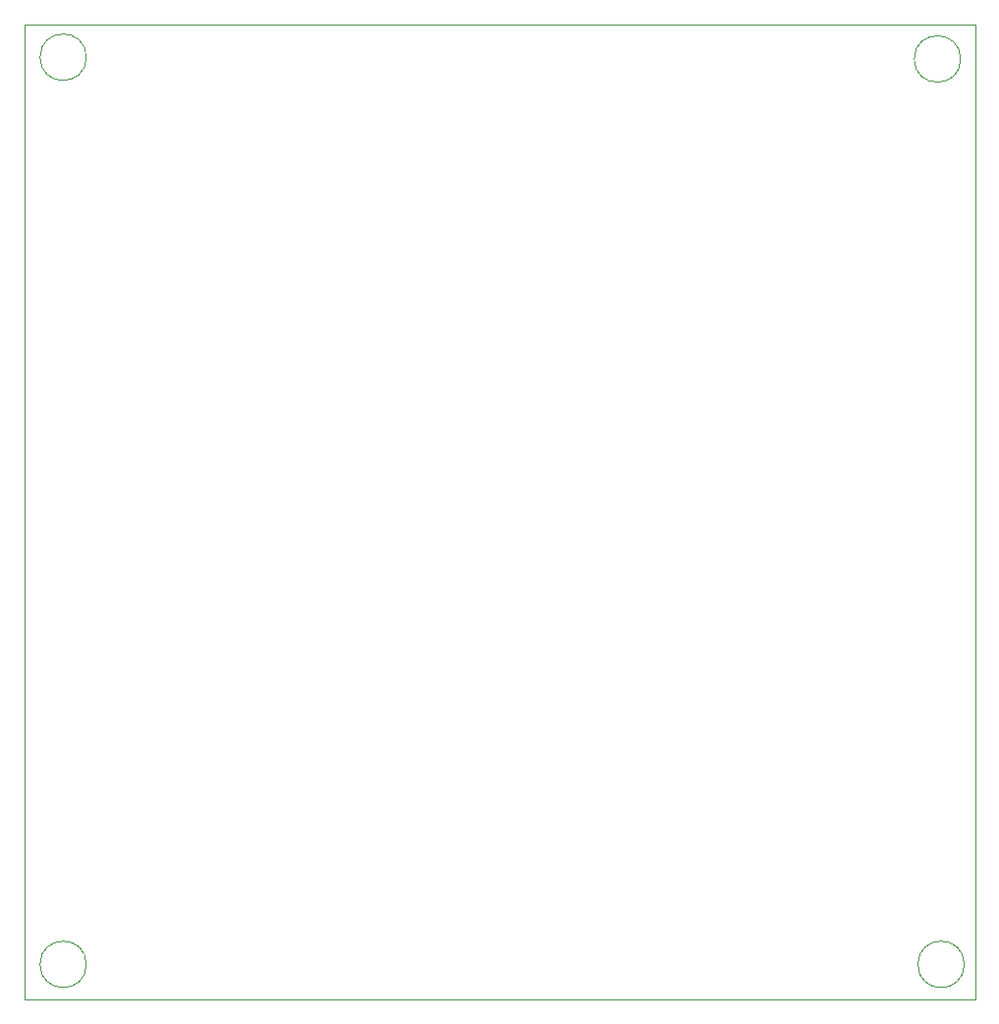
<source format=gbr>
%TF.GenerationSoftware,KiCad,Pcbnew,8.0.2*%
%TF.CreationDate,2024-05-14T22:55:47+03:00*%
%TF.ProjectId,practica,70726163-7469-4636-912e-6b696361645f,rev?*%
%TF.SameCoordinates,Original*%
%TF.FileFunction,Profile,NP*%
%FSLAX46Y46*%
G04 Gerber Fmt 4.6, Leading zero omitted, Abs format (unit mm)*
G04 Created by KiCad (PCBNEW 8.0.2) date 2024-05-14 22:55:47*
%MOMM*%
%LPD*%
G01*
G04 APERTURE LIST*
%TA.AperFunction,Profile*%
%ADD10C,0.050000*%
%TD*%
G04 APERTURE END LIST*
D10*
X224935800Y-30937200D02*
G75*
G02*
X220935800Y-30937200I-2000000J0D01*
G01*
X220935800Y-30937200D02*
G75*
G02*
X224935800Y-30937200I2000000J0D01*
G01*
X225247200Y-108940600D02*
G75*
G02*
X221247200Y-108940600I-2000000J0D01*
G01*
X221247200Y-108940600D02*
G75*
G02*
X225247200Y-108940600I2000000J0D01*
G01*
X149580600Y-108940600D02*
G75*
G02*
X145580600Y-108940600I-2000000J0D01*
G01*
X145580600Y-108940600D02*
G75*
G02*
X149580600Y-108940600I2000000J0D01*
G01*
X149580600Y-30784800D02*
G75*
G02*
X145580600Y-30784800I-2000000J0D01*
G01*
X145580600Y-30784800D02*
G75*
G02*
X149580600Y-30784800I2000000J0D01*
G01*
X144212400Y-27951600D02*
X226212400Y-27951600D01*
X226212400Y-111951600D01*
X144212400Y-111951600D01*
X144212400Y-27951600D01*
M02*

</source>
